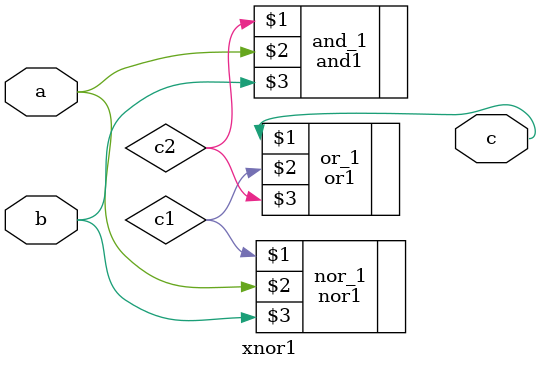
<source format=v>
module xnor1(output c, input a, input b);

wire a1, b1, c1, c2;

nor1 nor_1(c1, a, b);
and1 and_1(c2, a, b);
or1 or_1(c, c1, c2);

endmodule
</source>
